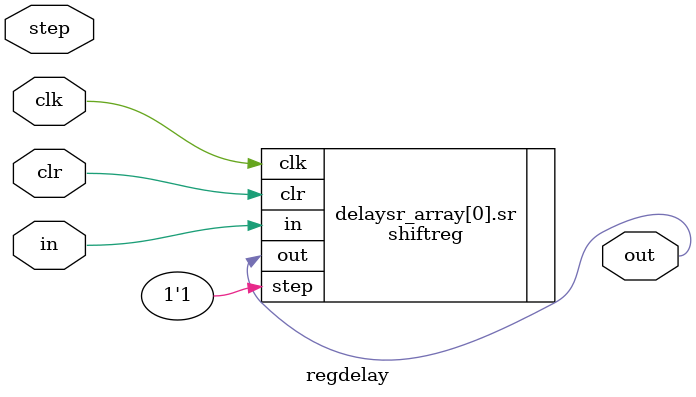
<source format=v>


module regdelay #(
    parameter W = 1,
    parameter N = 1
) (
    input   wire            clk,
    input   wire            clr,
    input   wire            step,
    input   wire[W-1 : 0]   in,
    output  wire[W-1 : 0]   out    
);

genvar i;

generate for(i=0; i < W; i=i+1) begin: delaysr_array

    shiftreg #(
        .N(N)
    ) sr (
        .clk    (clk), 
        .clr    (clr),
        .step   (1'b1),
        .in     (in[i]),
        .out    (out[i])        
    );

end endgenerate


endmodule
</source>
